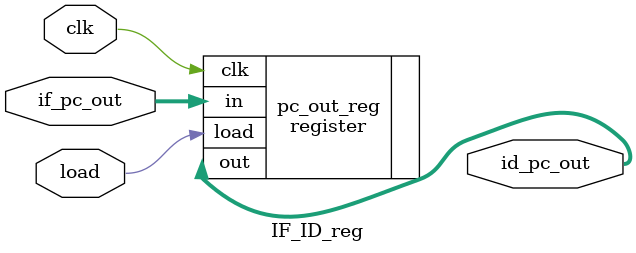
<source format=sv>
module IF_ID_reg
(
	input clk,
	input logic load,

	input [31:0] if_pc_out,
	
	output logic [31:0] id_pc_out
);

register pc_out_reg
(	
	.clk(clk),
	.load(load),
	.in(if_pc_out),
	.out(id_pc_out)
);

endmodule : IF_ID_reg
</source>
